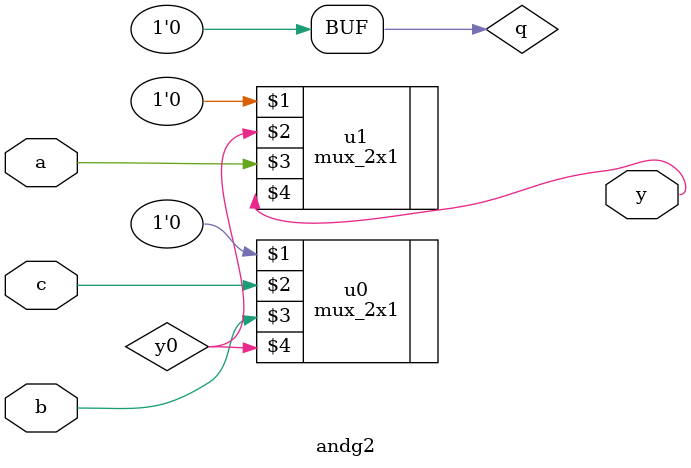
<source format=v>
`include "mux_2x1.v" 
module andg2(a,b,c,y);
input a,b,c;
wire q,y0;
output y;
// mux_2x1(i0, i1, sel, y);

assign q=a&(~a);

mux_2x1 u0(q,c,b,y0);
mux_2x1 u1(q,y0,a,y);

endmodule

</source>
